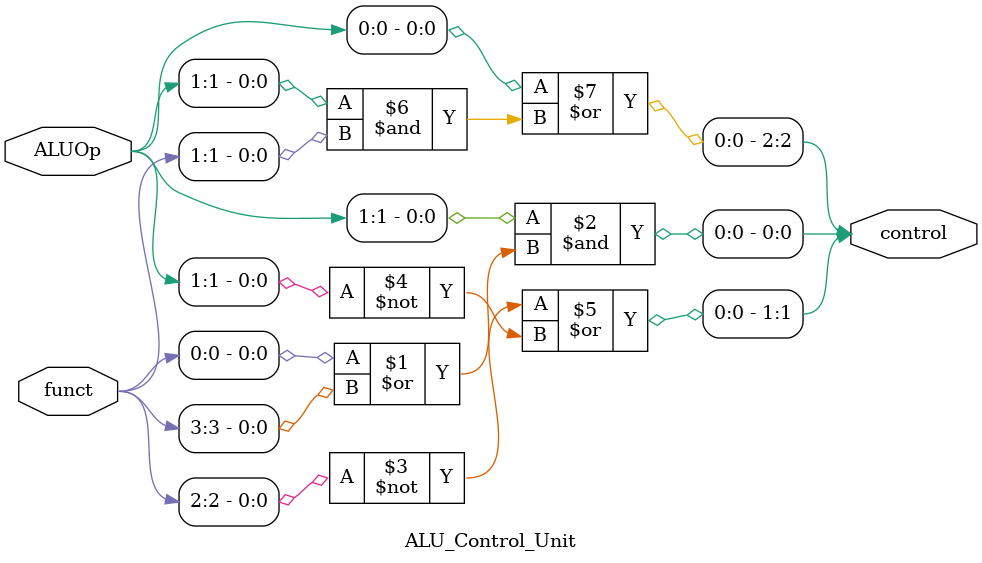
<source format=v>
module ALU_Control_Unit(control, funct, ALUOp);
    input [5:0] funct;
    input [1:0] ALUOp;
    output [3:0] control;

    assign control[0] = ALUOp[1] & (funct[0] | funct[3]);
    assign control[1] = ~funct[2] | ~ALUOp[1];
    assign control[2] = ALUOp[0] | (ALUOp[1] & funct[1]);
endmodule

</source>
